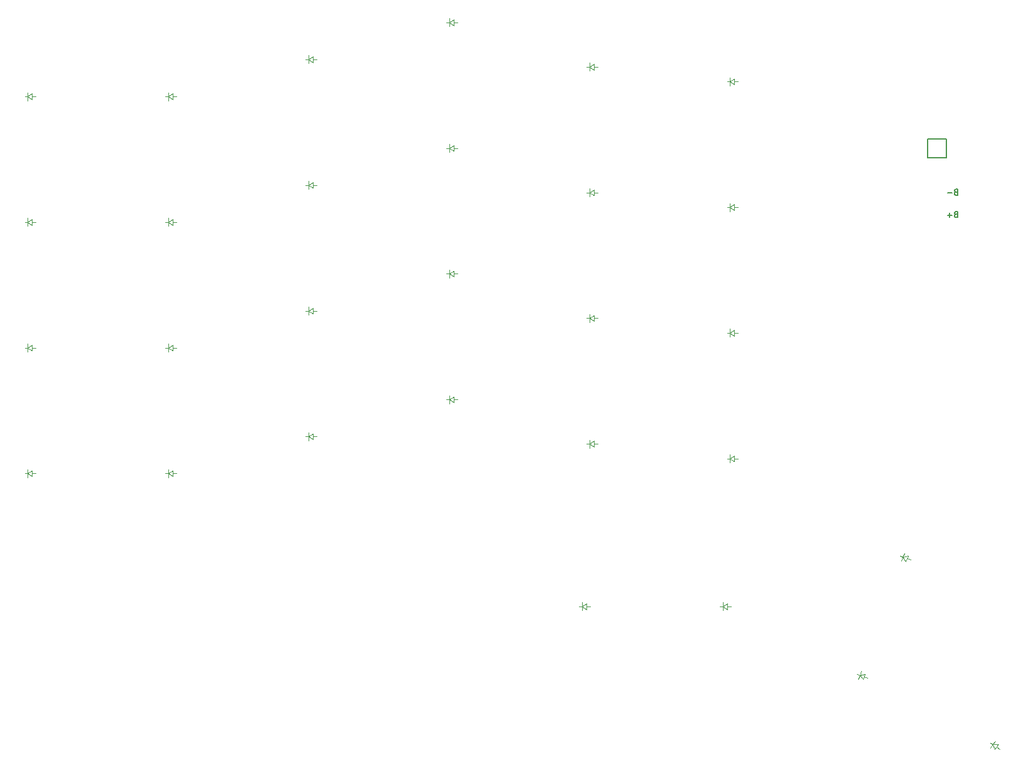
<source format=gbr>
%TF.GenerationSoftware,KiCad,Pcbnew,(6.0.9-0)*%
%TF.CreationDate,2023-01-10T20:54:14-06:00*%
%TF.ProjectId,board,626f6172-642e-46b6-9963-61645f706362,v1.0.0*%
%TF.SameCoordinates,Original*%
%TF.FileFunction,Legend,Bot*%
%TF.FilePolarity,Positive*%
%FSLAX46Y46*%
G04 Gerber Fmt 4.6, Leading zero omitted, Abs format (unit mm)*
G04 Created by KiCad (PCBNEW (6.0.9-0)) date 2023-01-10 20:54:14*
%MOMM*%
%LPD*%
G01*
G04 APERTURE LIST*
%ADD10C,0.150000*%
%ADD11C,0.100000*%
G04 APERTURE END LIST*
D10*
%TO.C,PAD1*%
X149953095Y-52992859D02*
X149838809Y-53030954D01*
X149800714Y-53069049D01*
X149762619Y-53145240D01*
X149762619Y-53259525D01*
X149800714Y-53335716D01*
X149838809Y-53373811D01*
X149915000Y-53411906D01*
X150219761Y-53411906D01*
X150219761Y-52611906D01*
X149953095Y-52611906D01*
X149876904Y-52650002D01*
X149838809Y-52688097D01*
X149800714Y-52764287D01*
X149800714Y-52840478D01*
X149838809Y-52916668D01*
X149876904Y-52954763D01*
X149953095Y-52992859D01*
X150219761Y-52992859D01*
X149419761Y-53107144D02*
X148810238Y-53107144D01*
X149115000Y-53411906D02*
X149115000Y-52802382D01*
%TO.C,PAD2*%
X149953095Y-49992858D02*
X149838809Y-50030953D01*
X149800714Y-50069048D01*
X149762619Y-50145239D01*
X149762619Y-50259524D01*
X149800714Y-50335715D01*
X149838809Y-50373810D01*
X149915000Y-50411905D01*
X150219761Y-50411905D01*
X150219761Y-49611905D01*
X149953095Y-49611905D01*
X149876904Y-49650001D01*
X149838809Y-49688096D01*
X149800714Y-49764286D01*
X149800714Y-49840477D01*
X149838809Y-49916667D01*
X149876904Y-49954762D01*
X149953095Y-49992858D01*
X150219761Y-49992858D01*
X149419761Y-50107143D02*
X148810238Y-50107143D01*
D11*
%TO.C,D1*%
X25015000Y-88050001D02*
X25515000Y-88050001D01*
X25015000Y-88450001D02*
X24415000Y-88050001D01*
X25015000Y-87650001D02*
X25015000Y-88450001D01*
X24415000Y-88050001D02*
X25015000Y-87650001D01*
X24415000Y-88050001D02*
X24415000Y-88600001D01*
X24415000Y-88050001D02*
X24415000Y-87500001D01*
X24015000Y-88050001D02*
X24415000Y-88050001D01*
%TO.C,D2*%
X25015001Y-71050000D02*
X25515001Y-71050000D01*
X25015001Y-71450000D02*
X24415001Y-71050000D01*
X25015001Y-70650000D02*
X25015001Y-71450000D01*
X24415001Y-71050000D02*
X25015001Y-70650000D01*
X24415001Y-71050000D02*
X24415001Y-71600000D01*
X24415001Y-71050000D02*
X24415001Y-70500000D01*
X24015001Y-71050000D02*
X24415001Y-71050000D01*
%TO.C,D3*%
X25014999Y-54050001D02*
X25514999Y-54050001D01*
X25014999Y-54450001D02*
X24414999Y-54050001D01*
X25014999Y-53650001D02*
X25014999Y-54450001D01*
X24414999Y-54050001D02*
X25014999Y-53650001D01*
X24414999Y-54050001D02*
X24414999Y-54600001D01*
X24414999Y-54050001D02*
X24414999Y-53500001D01*
X24014999Y-54050001D02*
X24414999Y-54050001D01*
%TO.C,D4*%
X25015000Y-37050001D02*
X25515000Y-37050001D01*
X25015000Y-37450001D02*
X24415000Y-37050001D01*
X25015000Y-36650001D02*
X25015000Y-37450001D01*
X24415000Y-37050001D02*
X25015000Y-36650001D01*
X24415000Y-37050001D02*
X24415000Y-37600001D01*
X24415000Y-37050001D02*
X24415000Y-36500001D01*
X24015000Y-37050001D02*
X24415000Y-37050001D01*
%TO.C,D5*%
X44015001Y-88050001D02*
X44515001Y-88050001D01*
X44015001Y-88450001D02*
X43415001Y-88050001D01*
X44015001Y-87650001D02*
X44015001Y-88450001D01*
X43415001Y-88050001D02*
X44015001Y-87650001D01*
X43415001Y-88050001D02*
X43415001Y-88600001D01*
X43415001Y-88050001D02*
X43415001Y-87500001D01*
X43015001Y-88050001D02*
X43415001Y-88050001D01*
%TO.C,D6*%
X44015000Y-71050001D02*
X44515000Y-71050001D01*
X44015000Y-71450001D02*
X43415000Y-71050001D01*
X44015000Y-70650001D02*
X44015000Y-71450001D01*
X43415000Y-71050001D02*
X44015000Y-70650001D01*
X43415000Y-71050001D02*
X43415000Y-71600001D01*
X43415000Y-71050001D02*
X43415000Y-70500001D01*
X43015000Y-71050001D02*
X43415000Y-71050001D01*
%TO.C,D7*%
X44015000Y-54050000D02*
X44515000Y-54050000D01*
X44015000Y-54450000D02*
X43415000Y-54050000D01*
X44015000Y-53650000D02*
X44015000Y-54450000D01*
X43415000Y-54050000D02*
X44015000Y-53650000D01*
X43415000Y-54050000D02*
X43415000Y-54600000D01*
X43415000Y-54050000D02*
X43415000Y-53500000D01*
X43015000Y-54050000D02*
X43415000Y-54050000D01*
%TO.C,D8*%
X44015000Y-37050000D02*
X44515000Y-37050000D01*
X44015000Y-37450000D02*
X43415000Y-37050000D01*
X44015000Y-36650000D02*
X44015000Y-37450000D01*
X43415000Y-37050000D02*
X44015000Y-36650000D01*
X43415000Y-37050000D02*
X43415000Y-37600000D01*
X43415000Y-37050000D02*
X43415000Y-36500000D01*
X43015000Y-37050000D02*
X43415000Y-37050000D01*
%TO.C,D9*%
X63015000Y-83050002D02*
X63515000Y-83050002D01*
X63015000Y-83450002D02*
X62415000Y-83050002D01*
X63015000Y-82650002D02*
X63015000Y-83450002D01*
X62415000Y-83050002D02*
X63015000Y-82650002D01*
X62415000Y-83050002D02*
X62415000Y-83600002D01*
X62415000Y-83050002D02*
X62415000Y-82500002D01*
X62015000Y-83050002D02*
X62415000Y-83050002D01*
%TO.C,D10*%
X63015000Y-66050002D02*
X63515000Y-66050002D01*
X63015000Y-66450002D02*
X62415000Y-66050002D01*
X63015000Y-65650002D02*
X63015000Y-66450002D01*
X62415000Y-66050002D02*
X63015000Y-65650002D01*
X62415000Y-66050002D02*
X62415000Y-66600002D01*
X62415000Y-66050002D02*
X62415000Y-65500002D01*
X62015000Y-66050002D02*
X62415000Y-66050002D01*
%TO.C,D11*%
X63015000Y-49050002D02*
X63515000Y-49050002D01*
X63015000Y-49450002D02*
X62415000Y-49050002D01*
X63015000Y-48650002D02*
X63015000Y-49450002D01*
X62415000Y-49050002D02*
X63015000Y-48650002D01*
X62415000Y-49050002D02*
X62415000Y-49600002D01*
X62415000Y-49050002D02*
X62415000Y-48500002D01*
X62015000Y-49050002D02*
X62415000Y-49050002D01*
%TO.C,D12*%
X63015000Y-32050000D02*
X63515000Y-32050000D01*
X63015000Y-32450000D02*
X62415000Y-32050000D01*
X63015000Y-31650000D02*
X63015000Y-32450000D01*
X62415000Y-32050000D02*
X63015000Y-31650000D01*
X62415000Y-32050000D02*
X62415000Y-32600000D01*
X62415000Y-32050000D02*
X62415000Y-31500000D01*
X62015000Y-32050000D02*
X62415000Y-32050000D01*
%TO.C,D13*%
X82015000Y-78050000D02*
X82515000Y-78050000D01*
X82015000Y-78450000D02*
X81415000Y-78050000D01*
X82015000Y-77650000D02*
X82015000Y-78450000D01*
X81415000Y-78050000D02*
X82015000Y-77650000D01*
X81415000Y-78050000D02*
X81415000Y-78600000D01*
X81415000Y-78050000D02*
X81415000Y-77500000D01*
X81015000Y-78050000D02*
X81415000Y-78050000D01*
%TO.C,D14*%
X82014999Y-61050001D02*
X82514999Y-61050001D01*
X82014999Y-61450001D02*
X81414999Y-61050001D01*
X82014999Y-60650001D02*
X82014999Y-61450001D01*
X81414999Y-61050001D02*
X82014999Y-60650001D01*
X81414999Y-61050001D02*
X81414999Y-61600001D01*
X81414999Y-61050001D02*
X81414999Y-60500001D01*
X81014999Y-61050001D02*
X81414999Y-61050001D01*
%TO.C,D15*%
X82015001Y-44050000D02*
X82515001Y-44050000D01*
X82015001Y-44450000D02*
X81415001Y-44050000D01*
X82015001Y-43650000D02*
X82015001Y-44450000D01*
X81415001Y-44050000D02*
X82015001Y-43650000D01*
X81415001Y-44050000D02*
X81415001Y-44600000D01*
X81415001Y-44050000D02*
X81415001Y-43500000D01*
X81015001Y-44050000D02*
X81415001Y-44050000D01*
%TO.C,D16*%
X82015001Y-27050000D02*
X82515001Y-27050000D01*
X82015001Y-27450000D02*
X81415001Y-27050000D01*
X82015001Y-26650000D02*
X82015001Y-27450000D01*
X81415001Y-27050000D02*
X82015001Y-26650000D01*
X81415001Y-27050000D02*
X81415001Y-27600000D01*
X81415001Y-27050000D02*
X81415001Y-26500000D01*
X81015001Y-27050000D02*
X81415001Y-27050000D01*
%TO.C,D17*%
X101015000Y-84050000D02*
X101515000Y-84050000D01*
X101015000Y-84450000D02*
X100415000Y-84050000D01*
X101015000Y-83650000D02*
X101015000Y-84450000D01*
X100415000Y-84050000D02*
X101015000Y-83650000D01*
X100415000Y-84050000D02*
X100415000Y-84600000D01*
X100415000Y-84050000D02*
X100415000Y-83500000D01*
X100015000Y-84050000D02*
X100415000Y-84050000D01*
%TO.C,D18*%
X101015001Y-67050001D02*
X101515001Y-67050001D01*
X101015001Y-67450001D02*
X100415001Y-67050001D01*
X101015001Y-66650001D02*
X101015001Y-67450001D01*
X100415001Y-67050001D02*
X101015001Y-66650001D01*
X100415001Y-67050001D02*
X100415001Y-67600001D01*
X100415001Y-67050001D02*
X100415001Y-66500001D01*
X100015001Y-67050001D02*
X100415001Y-67050001D01*
%TO.C,D19*%
X101014999Y-50050001D02*
X101514999Y-50050001D01*
X101014999Y-50450001D02*
X100414999Y-50050001D01*
X101014999Y-49650001D02*
X101014999Y-50450001D01*
X100414999Y-50050001D02*
X101014999Y-49650001D01*
X100414999Y-50050001D02*
X100414999Y-50600001D01*
X100414999Y-50050001D02*
X100414999Y-49500001D01*
X100014999Y-50050001D02*
X100414999Y-50050001D01*
%TO.C,D20*%
X101015000Y-33050001D02*
X101515000Y-33050001D01*
X101015000Y-33450001D02*
X100415000Y-33050001D01*
X101015000Y-32650001D02*
X101015000Y-33450001D01*
X100415000Y-33050001D02*
X101015000Y-32650001D01*
X100415000Y-33050001D02*
X100415000Y-33600001D01*
X100415000Y-33050001D02*
X100415000Y-32500001D01*
X100015000Y-33050001D02*
X100415000Y-33050001D01*
%TO.C,D21*%
X120014999Y-86050002D02*
X120514999Y-86050002D01*
X120014999Y-86450002D02*
X119414999Y-86050002D01*
X120014999Y-85650002D02*
X120014999Y-86450002D01*
X119414999Y-86050002D02*
X120014999Y-85650002D01*
X119414999Y-86050002D02*
X119414999Y-86600002D01*
X119414999Y-86050002D02*
X119414999Y-85500002D01*
X119014999Y-86050002D02*
X119414999Y-86050002D01*
%TO.C,D22*%
X120015000Y-69050001D02*
X120515000Y-69050001D01*
X120015000Y-69450001D02*
X119415000Y-69050001D01*
X120015000Y-68650001D02*
X120015000Y-69450001D01*
X119415000Y-69050001D02*
X120015000Y-68650001D01*
X119415000Y-69050001D02*
X119415000Y-69600001D01*
X119415000Y-69050001D02*
X119415000Y-68500001D01*
X119015000Y-69050001D02*
X119415000Y-69050001D01*
%TO.C,D23*%
X120015000Y-52050000D02*
X120515000Y-52050000D01*
X120015000Y-52450000D02*
X119415000Y-52050000D01*
X120015000Y-51650000D02*
X120015000Y-52450000D01*
X119415000Y-52050000D02*
X120015000Y-51650000D01*
X119415000Y-52050000D02*
X119415000Y-52600000D01*
X119415000Y-52050000D02*
X119415000Y-51500000D01*
X119015000Y-52050000D02*
X119415000Y-52050000D01*
%TO.C,D24*%
X120015000Y-35050000D02*
X120515000Y-35050000D01*
X120015000Y-35450000D02*
X119415000Y-35050000D01*
X120015000Y-34650000D02*
X120015000Y-35450000D01*
X119415000Y-35050000D02*
X120015000Y-34650000D01*
X119415000Y-35050000D02*
X119415000Y-35600000D01*
X119415000Y-35050000D02*
X119415000Y-34500000D01*
X119015000Y-35050000D02*
X119415000Y-35050000D01*
%TO.C,D25*%
X100015000Y-106050000D02*
X100515000Y-106050000D01*
X100015000Y-106450000D02*
X99415000Y-106050000D01*
X100015000Y-105650000D02*
X100015000Y-106450000D01*
X99415000Y-106050000D02*
X100015000Y-105650000D01*
X99415000Y-106050000D02*
X99415000Y-106600000D01*
X99415000Y-106050000D02*
X99415000Y-105500000D01*
X99015000Y-106050000D02*
X99415000Y-106050000D01*
%TO.C,D26*%
X119015001Y-106050000D02*
X119515001Y-106050000D01*
X119015001Y-106450000D02*
X118415001Y-106050000D01*
X119015001Y-105650000D02*
X119015001Y-106450000D01*
X118415001Y-106050000D02*
X119015001Y-105650000D01*
X118415001Y-106050000D02*
X118415001Y-106600000D01*
X118415001Y-106050000D02*
X118415001Y-105500000D01*
X118015001Y-106050000D02*
X118415001Y-106050000D01*
%TO.C,D27*%
X137535256Y-115531149D02*
X138005102Y-115702159D01*
X137398448Y-115907026D02*
X136971441Y-115325937D01*
X137672064Y-115155272D02*
X137398448Y-115907026D01*
X136971441Y-115325937D02*
X137672064Y-115155272D01*
X136971441Y-115325937D02*
X136783330Y-115842768D01*
X136971441Y-115325937D02*
X137159552Y-114809106D01*
X136595564Y-115189129D02*
X136971441Y-115325937D01*
%TO.C,D28*%
X143349599Y-99556374D02*
X143819445Y-99727384D01*
X143212791Y-99932251D02*
X142785784Y-99351162D01*
X143486407Y-99180497D02*
X143212791Y-99932251D01*
X142785784Y-99351162D02*
X143486407Y-99180497D01*
X142785784Y-99351162D02*
X142597673Y-99867993D01*
X142785784Y-99351162D02*
X142973895Y-98834331D01*
X142409907Y-99214354D02*
X142785784Y-99351162D01*
%TO.C,D29*%
X155452975Y-125042462D02*
X155862551Y-125329250D01*
X155223544Y-125370123D02*
X154961484Y-124698316D01*
X155682406Y-124714801D02*
X155223544Y-125370123D01*
X154961484Y-124698316D02*
X155682406Y-124714801D01*
X154961484Y-124698316D02*
X154646017Y-125148850D01*
X154961484Y-124698316D02*
X155276951Y-124247783D01*
X154633823Y-124468886D02*
X154961484Y-124698316D01*
D10*
%TO.C,MCU1*%
X146115000Y-42810001D02*
X146115000Y-45350001D01*
X146115000Y-42810001D02*
X148655000Y-42810001D01*
X146115000Y-45350001D02*
X148655000Y-45350001D01*
X148655000Y-45350001D02*
X148655000Y-42810001D01*
%TD*%
M02*

</source>
